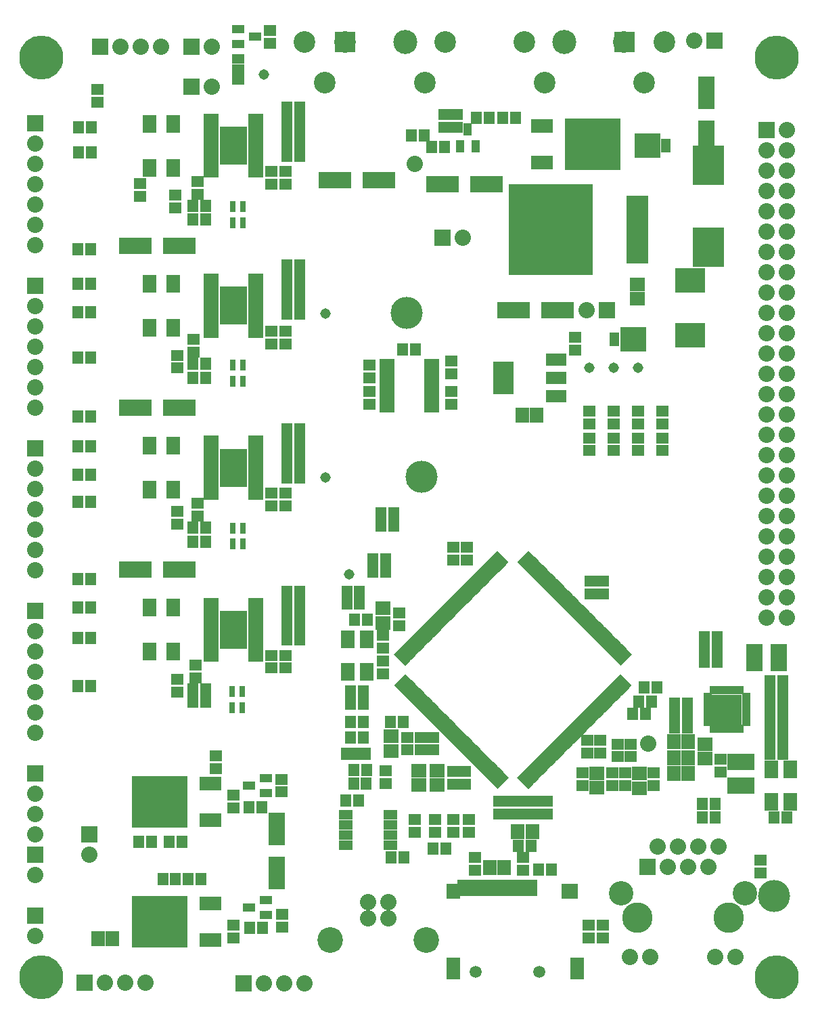
<source format=gts>
G04 (created by PCBNEW (2013-jul-07)-stable) date Thu 27 Aug 2015 22:32:03 BST*
%MOIN*%
G04 Gerber Fmt 3.4, Leading zero omitted, Abs format*
%FSLAX34Y34*%
G01*
G70*
G90*
G04 APERTURE LIST*
%ADD10C,0.00590551*%
%ADD11C,0.0594*%
%ADD12R,0.0672X0.1066*%
%ADD13R,0.0672X0.0751*%
%ADD14R,0.083X0.0751*%
%ADD15R,0.0476X0.083*%
%ADD16C,0.2169*%
%ADD17R,0.0779X0.0365*%
%ADD18R,0.1381X0.1901*%
%ADD19R,0.0594X0.0436*%
%ADD20R,0.0436X0.0594*%
%ADD21R,0.1X0.164*%
%ADD22R,0.1X0.06*%
%ADD23R,0.1617X0.083*%
%ADD24R,0.0574X0.0594*%
%ADD25R,0.0594X0.0574*%
%ADD26R,0.0653X0.0909*%
%ADD27R,0.0653X0.0771*%
%ADD28R,0.0771X0.0653*%
%ADD29R,0.1106X0.0712*%
%ADD30R,0.2759X0.2523*%
%ADD31R,0.08X0.08*%
%ADD32C,0.08*%
%ADD33R,0.1342X0.0791*%
%ADD34R,0.0791X0.1342*%
%ADD35R,0.0987X0.0633*%
%ADD36R,0.0515X0.0633*%
%ADD37R,0.07X0.045*%
%ADD38R,0.0298X0.0436*%
%ADD39R,0.0436X0.0298*%
%ADD40R,0.1499X0.1499*%
%ADD41R,0.1251X0.12*%
%ADD42R,0.05X0.07*%
%ADD43C,0.1499*%
%ADD44C,0.12*%
%ADD45R,0.0672X0.0909*%
%ADD46C,0.0515*%
%ADD47C,0.1576*%
%ADD48R,0.029X0.054*%
%ADD49R,0.083X0.1617*%
%ADD50R,0.0987X0.0987*%
%ADD51C,0.1184*%
%ADD52R,0.0633X0.0987*%
%ADD53R,0.0633X0.0515*%
%ADD54C,0.1263*%
%ADD55C,0.1066*%
%ADD56R,0.11X0.065*%
%ADD57R,0.4137X0.4452*%
%ADD58R,0.1539X0.1932*%
%ADD59R,0.149921X0.118425*%
G04 APERTURE END LIST*
G54D10*
G54D11*
X24140Y1870D03*
X27282Y1870D03*
G54D12*
X23030Y2027D03*
X29132Y2027D03*
G54D13*
X23030Y5807D03*
G54D14*
X28778Y5807D03*
G54D15*
X26947Y6004D03*
X26514Y6004D03*
X26081Y6004D03*
X25648Y6004D03*
X25215Y6004D03*
X24782Y6004D03*
X24349Y6004D03*
X23916Y6004D03*
X23483Y6004D03*
G54D16*
X2754Y1575D03*
G54D17*
X13303Y34515D03*
X13303Y34771D03*
X13303Y35027D03*
X13303Y35283D03*
X11101Y33751D03*
X13303Y33747D03*
X13303Y34003D03*
X13303Y34259D03*
X11099Y35539D03*
X11099Y35283D03*
X11099Y35027D03*
X11099Y34771D03*
X11099Y34515D03*
X11099Y34259D03*
X13303Y35539D03*
X11101Y34003D03*
X13303Y33491D03*
X13303Y35795D03*
X11099Y35795D03*
X11099Y33491D03*
X13303Y33236D03*
X13303Y36050D03*
X11099Y36050D03*
X11099Y33236D03*
G54D18*
X12201Y34643D03*
G54D17*
X13302Y26542D03*
X13302Y26798D03*
X13302Y27054D03*
X13302Y27310D03*
X11100Y25778D03*
X13302Y25774D03*
X13302Y26030D03*
X13302Y26286D03*
X11098Y27566D03*
X11098Y27310D03*
X11098Y27054D03*
X11098Y26798D03*
X11098Y26542D03*
X11098Y26286D03*
X13302Y27566D03*
X11100Y26030D03*
X13302Y25518D03*
X13302Y27822D03*
X11098Y27822D03*
X11098Y25518D03*
X13302Y25263D03*
X13302Y28077D03*
X11098Y28077D03*
X11098Y25263D03*
G54D18*
X12200Y26670D03*
G54D17*
X13302Y18571D03*
X13302Y18827D03*
X13302Y19083D03*
X13302Y19339D03*
X11100Y17807D03*
X13302Y17803D03*
X13302Y18059D03*
X13302Y18315D03*
X11098Y19595D03*
X11098Y19339D03*
X11098Y19083D03*
X11098Y18827D03*
X11098Y18571D03*
X11098Y18315D03*
X13302Y19595D03*
X11100Y18059D03*
X13302Y17547D03*
X13302Y19851D03*
X11098Y19851D03*
X11098Y17547D03*
X13302Y17292D03*
X13302Y20106D03*
X11098Y20106D03*
X11098Y17292D03*
G54D18*
X12200Y18699D03*
G54D17*
X13304Y42391D03*
X13304Y42647D03*
X13304Y42903D03*
X13304Y43159D03*
X11102Y41627D03*
X13304Y41623D03*
X13304Y41879D03*
X13304Y42135D03*
X11100Y43415D03*
X11100Y43159D03*
X11100Y42903D03*
X11100Y42647D03*
X11100Y42391D03*
X11100Y42135D03*
X13304Y43415D03*
X11102Y41879D03*
X13304Y41367D03*
X13304Y43671D03*
X11100Y43671D03*
X11100Y41367D03*
X13304Y41112D03*
X13304Y43926D03*
X11100Y43926D03*
X11100Y41112D03*
G54D18*
X12202Y42519D03*
G54D17*
X19762Y30837D03*
X19762Y30581D03*
X19762Y30325D03*
X19762Y30069D03*
X21964Y31601D03*
X19762Y31605D03*
X19762Y31349D03*
X19762Y31093D03*
X21966Y29813D03*
X21966Y30069D03*
X21966Y30325D03*
X21966Y30581D03*
X21966Y30837D03*
X21966Y31093D03*
X19762Y29813D03*
X21964Y31349D03*
X19762Y31861D03*
X19762Y29557D03*
X21966Y29557D03*
X21966Y31861D03*
G54D19*
X13800Y4645D03*
X12968Y5020D03*
X13800Y5395D03*
X13800Y10649D03*
X12968Y11024D03*
X13800Y11399D03*
G54D20*
X23383Y42478D03*
X23758Y43310D03*
X24133Y42478D03*
G54D21*
X25509Y31106D03*
G54D22*
X28109Y31106D03*
X28109Y32006D03*
X28109Y30206D03*
G54D23*
X17217Y40838D03*
X19383Y40838D03*
X9546Y21654D03*
X7380Y21654D03*
X9546Y37598D03*
X7380Y37598D03*
X9546Y29626D03*
X7380Y29626D03*
X28183Y34438D03*
X26017Y34438D03*
G54D24*
X35411Y18307D03*
X36041Y18307D03*
X39288Y16142D03*
X38658Y16142D03*
X39288Y15551D03*
X38658Y15551D03*
X35411Y17717D03*
X36041Y17717D03*
X35411Y17126D03*
X36041Y17126D03*
X39288Y14370D03*
X38658Y14370D03*
X39288Y14961D03*
X38658Y14961D03*
X33934Y14469D03*
X34564Y14469D03*
X33934Y15059D03*
X34564Y15059D03*
X38658Y13189D03*
X39288Y13189D03*
G54D25*
X22600Y43423D03*
X22600Y44053D03*
X23200Y43423D03*
X23200Y44053D03*
X12202Y9921D03*
X12202Y10551D03*
X18896Y29803D03*
X18896Y30433D03*
G54D24*
X22665Y7938D03*
X22035Y7938D03*
X20096Y23819D03*
X19466Y23819D03*
G54D25*
X19700Y11123D03*
X19700Y11753D03*
G54D24*
X17990Y14173D03*
X18620Y14173D03*
X17990Y13386D03*
X18620Y13386D03*
X39289Y13780D03*
X38659Y13780D03*
X33934Y13878D03*
X34564Y13878D03*
G54D25*
X29722Y4154D03*
X29722Y3524D03*
X30411Y3524D03*
X30411Y4154D03*
G54D24*
X13601Y9942D03*
X12971Y9942D03*
X13640Y4016D03*
X13010Y4016D03*
G54D25*
X12222Y4154D03*
X12222Y3524D03*
X18896Y31713D03*
X18896Y31083D03*
G54D24*
X19703Y21555D03*
X19073Y21555D03*
G54D25*
X31159Y12441D03*
X31159Y13071D03*
G54D24*
X18423Y19980D03*
X17793Y19980D03*
X38856Y9449D03*
X39486Y9449D03*
X39289Y12598D03*
X38659Y12598D03*
X35313Y10138D03*
X35943Y10138D03*
X35313Y9449D03*
X35943Y9449D03*
X19703Y22146D03*
X19073Y22146D03*
X20096Y24409D03*
X19466Y24409D03*
G54D25*
X31789Y12441D03*
X31789Y13071D03*
G54D24*
X18423Y20571D03*
X17793Y20571D03*
G54D25*
X9447Y31575D03*
X9447Y32205D03*
G54D24*
X15470Y35433D03*
X14840Y35433D03*
X14841Y34839D03*
X15471Y34839D03*
X18620Y15650D03*
X17990Y15650D03*
X14840Y34252D03*
X15470Y34252D03*
G54D25*
X14762Y33382D03*
X14762Y32752D03*
G54D24*
X14840Y36024D03*
X15470Y36024D03*
G54D25*
X14073Y32752D03*
X14073Y33382D03*
X9447Y15630D03*
X9447Y16260D03*
G54D24*
X15470Y19390D03*
X14840Y19390D03*
X14839Y18796D03*
X15469Y18796D03*
G54D25*
X21159Y9370D03*
X21159Y8740D03*
G54D24*
X14840Y18209D03*
X15470Y18209D03*
G54D25*
X14760Y17438D03*
X14760Y16808D03*
G54D24*
X14840Y19980D03*
X15470Y19980D03*
G54D25*
X14071Y16808D03*
X14071Y17438D03*
X9348Y39449D03*
X9348Y40079D03*
G54D24*
X15470Y43209D03*
X14840Y43209D03*
X14842Y42617D03*
X15472Y42617D03*
X14840Y42028D03*
X15470Y42028D03*
G54D25*
X14763Y41258D03*
X14763Y40628D03*
G54D24*
X14840Y43799D03*
X15470Y43799D03*
G54D25*
X14074Y40628D03*
X14074Y41258D03*
X9447Y23898D03*
X9447Y24528D03*
G54D24*
X15470Y27362D03*
X14840Y27362D03*
X14840Y26768D03*
X15470Y26768D03*
X14840Y26181D03*
X15470Y26181D03*
G54D25*
X14761Y25410D03*
X14761Y24780D03*
G54D24*
X14840Y27953D03*
X15470Y27953D03*
G54D25*
X14072Y24780D03*
X14072Y25410D03*
X22144Y9370D03*
X22144Y8740D03*
G54D26*
X9250Y41437D03*
X8068Y41437D03*
G54D27*
X33895Y12402D03*
X34603Y12402D03*
X33895Y13189D03*
X34603Y13189D03*
G54D24*
X18135Y11138D03*
X18750Y11138D03*
G54D28*
X35431Y13052D03*
X35431Y12344D03*
G54D27*
X26435Y29248D03*
X27143Y29248D03*
G54D26*
X9250Y25591D03*
X8068Y25591D03*
X9250Y27756D03*
X8068Y27756D03*
X9250Y43602D03*
X8068Y43602D03*
X9250Y33563D03*
X8068Y33563D03*
X9250Y17618D03*
X8068Y17618D03*
X9250Y35728D03*
X8068Y35728D03*
X9250Y19783D03*
X8068Y19783D03*
G54D25*
X22932Y31279D03*
X22932Y31909D03*
G54D29*
X11063Y3431D03*
G54D30*
X8563Y4331D03*
G54D29*
X11063Y5231D03*
X11061Y9336D03*
G54D30*
X8561Y10236D03*
G54D29*
X11061Y11136D03*
X27400Y43488D03*
G54D30*
X29900Y42588D03*
G54D29*
X27400Y41688D03*
G54D24*
X8187Y8268D03*
X7557Y8268D03*
X9985Y6438D03*
X10615Y6438D03*
X24821Y43898D03*
X24191Y43898D03*
X8735Y6438D03*
X9350Y6438D03*
X9663Y8268D03*
X9048Y8268D03*
X26100Y43898D03*
X25485Y43898D03*
G54D31*
X2429Y43625D03*
G54D32*
X2429Y42625D03*
X2429Y41625D03*
X2429Y40625D03*
X2429Y39625D03*
X2429Y38625D03*
X2429Y37625D03*
G54D31*
X2429Y35625D03*
G54D32*
X2429Y34625D03*
X2429Y33625D03*
X2429Y32625D03*
X2429Y31625D03*
X2429Y30625D03*
X2429Y29625D03*
G54D31*
X2429Y27625D03*
G54D32*
X2429Y26625D03*
X2429Y25625D03*
X2429Y24625D03*
X2429Y23625D03*
X2429Y22625D03*
X2429Y21625D03*
G54D31*
X2429Y19625D03*
G54D32*
X2429Y18625D03*
X2429Y17625D03*
X2429Y16625D03*
X2429Y15625D03*
X2429Y14625D03*
X2429Y13625D03*
G54D31*
X35900Y47688D03*
G54D32*
X34900Y47688D03*
G54D25*
X22932Y30432D03*
X22932Y29802D03*
X36218Y12323D03*
X36218Y11693D03*
G54D33*
X37203Y12205D03*
X37203Y11023D03*
G54D34*
X37891Y17323D03*
X39073Y17323D03*
G54D27*
X34604Y11614D03*
X33896Y11614D03*
G54D24*
X10844Y31791D03*
X10214Y31791D03*
X10844Y39567D03*
X10214Y39567D03*
X10844Y15748D03*
X10214Y15748D03*
X10844Y23720D03*
X10214Y23720D03*
X10214Y31102D03*
X10829Y31102D03*
X10214Y38878D03*
X10829Y38878D03*
X10214Y15157D03*
X10829Y15157D03*
X10214Y23031D03*
X10829Y23031D03*
X14840Y28543D03*
X15470Y28543D03*
X14840Y44390D03*
X15470Y44390D03*
X14840Y36614D03*
X15470Y36614D03*
X14840Y20571D03*
X15470Y20571D03*
G54D27*
X25549Y6988D03*
X24841Y6988D03*
G54D35*
X18000Y12588D03*
G54D36*
X18748Y12588D03*
G54D25*
X32911Y11024D03*
X32911Y11654D03*
X30864Y11024D03*
X30864Y11654D03*
G54D24*
X18187Y19193D03*
X18817Y19193D03*
G54D25*
X27655Y10256D03*
X27655Y9626D03*
G54D24*
X26258Y8071D03*
X26888Y8071D03*
G54D25*
X20766Y13406D03*
X20766Y12776D03*
G54D10*
G36*
X25553Y21812D02*
X24994Y22372D01*
X25213Y22591D01*
X25773Y22032D01*
X25553Y21812D01*
X25553Y21812D01*
G37*
G36*
X25414Y21673D02*
X24855Y22232D01*
X25074Y22452D01*
X25633Y21892D01*
X25414Y21673D01*
X25414Y21673D01*
G37*
G36*
X25275Y21534D02*
X24715Y22093D01*
X24935Y22312D01*
X25494Y21753D01*
X25275Y21534D01*
X25275Y21534D01*
G37*
G36*
X25135Y21395D02*
X24576Y21954D01*
X24795Y22173D01*
X25355Y21614D01*
X25135Y21395D01*
X25135Y21395D01*
G37*
G36*
X24996Y21255D02*
X24437Y21815D01*
X24656Y22034D01*
X25215Y21474D01*
X24996Y21255D01*
X24996Y21255D01*
G37*
G36*
X24858Y21117D02*
X24298Y21676D01*
X24517Y21895D01*
X25077Y21336D01*
X24858Y21117D01*
X24858Y21117D01*
G37*
G36*
X24718Y20977D02*
X24159Y21537D01*
X24378Y21756D01*
X24937Y21197D01*
X24718Y20977D01*
X24718Y20977D01*
G37*
G36*
X24579Y20838D02*
X24020Y21397D01*
X24239Y21617D01*
X24798Y21057D01*
X24579Y20838D01*
X24579Y20838D01*
G37*
G36*
X24440Y20699D02*
X23880Y21258D01*
X24100Y21477D01*
X24659Y20918D01*
X24440Y20699D01*
X24440Y20699D01*
G37*
G36*
X24300Y20559D02*
X23741Y21119D01*
X23960Y21338D01*
X24520Y20779D01*
X24300Y20559D01*
X24300Y20559D01*
G37*
G36*
X24161Y20420D02*
X23602Y20979D01*
X23821Y21199D01*
X24380Y20639D01*
X24161Y20420D01*
X24161Y20420D01*
G37*
G36*
X24022Y20282D02*
X23463Y20841D01*
X23682Y21060D01*
X24242Y20501D01*
X24022Y20282D01*
X24022Y20282D01*
G37*
G36*
X23883Y20142D02*
X23324Y20702D01*
X23543Y20921D01*
X24102Y20361D01*
X23883Y20142D01*
X23883Y20142D01*
G37*
G36*
X23744Y20003D02*
X23185Y20562D01*
X23404Y20781D01*
X23963Y20222D01*
X23744Y20003D01*
X23744Y20003D01*
G37*
G36*
X23605Y19864D02*
X23045Y20423D01*
X23264Y20642D01*
X23824Y20083D01*
X23605Y19864D01*
X23605Y19864D01*
G37*
G36*
X23465Y19724D02*
X22906Y20284D01*
X23125Y20503D01*
X23684Y19944D01*
X23465Y19724D01*
X23465Y19724D01*
G37*
G36*
X23326Y19585D02*
X22767Y20144D01*
X22986Y20364D01*
X23545Y19804D01*
X23326Y19585D01*
X23326Y19585D01*
G37*
G36*
X23187Y19446D02*
X22627Y20005D01*
X22847Y20224D01*
X23406Y19665D01*
X23187Y19446D01*
X23187Y19446D01*
G37*
G36*
X23048Y19307D02*
X22489Y19866D01*
X22708Y20086D01*
X23267Y19526D01*
X23048Y19307D01*
X23048Y19307D01*
G37*
G36*
X22909Y19168D02*
X22349Y19727D01*
X22569Y19946D01*
X23128Y19387D01*
X22909Y19168D01*
X22909Y19168D01*
G37*
G36*
X22769Y19029D02*
X22210Y19588D01*
X22429Y19807D01*
X22989Y19248D01*
X22769Y19029D01*
X22769Y19029D01*
G37*
G36*
X22630Y18889D02*
X22071Y19449D01*
X22290Y19668D01*
X22849Y19108D01*
X22630Y18889D01*
X22630Y18889D01*
G37*
G36*
X22491Y18750D02*
X21932Y19309D01*
X22151Y19528D01*
X22710Y18969D01*
X22491Y18750D01*
X22491Y18750D01*
G37*
G36*
X22352Y18611D02*
X21792Y19170D01*
X22011Y19389D01*
X22571Y18830D01*
X22352Y18611D01*
X22352Y18611D01*
G37*
G36*
X22212Y18471D02*
X21653Y19031D01*
X21872Y19250D01*
X22431Y18691D01*
X22212Y18471D01*
X22212Y18471D01*
G37*
G36*
X22074Y18333D02*
X21514Y18892D01*
X21734Y19111D01*
X22293Y18552D01*
X22074Y18333D01*
X22074Y18333D01*
G37*
G36*
X21934Y18193D02*
X21375Y18753D01*
X21594Y18972D01*
X22154Y18413D01*
X21934Y18193D01*
X21934Y18193D01*
G37*
G36*
X21795Y18054D02*
X21236Y18613D01*
X21455Y18833D01*
X22014Y18273D01*
X21795Y18054D01*
X21795Y18054D01*
G37*
G36*
X21656Y17915D02*
X21096Y18474D01*
X21316Y18693D01*
X21875Y18134D01*
X21656Y17915D01*
X21656Y17915D01*
G37*
G36*
X21516Y17776D02*
X20957Y18335D01*
X21176Y18554D01*
X21736Y17995D01*
X21516Y17776D01*
X21516Y17776D01*
G37*
G36*
X21377Y17636D02*
X20818Y18196D01*
X21037Y18415D01*
X21596Y17855D01*
X21377Y17636D01*
X21377Y17636D01*
G37*
G36*
X21239Y17498D02*
X20679Y18057D01*
X20898Y18276D01*
X21458Y17717D01*
X21239Y17498D01*
X21239Y17498D01*
G37*
G36*
X21099Y17358D02*
X20540Y17918D01*
X20759Y18137D01*
X21318Y17578D01*
X21099Y17358D01*
X21099Y17358D01*
G37*
G36*
X20960Y17219D02*
X20401Y17778D01*
X20620Y17998D01*
X21179Y17438D01*
X20960Y17219D01*
X20960Y17219D01*
G37*
G36*
X20821Y17080D02*
X20261Y17639D01*
X20481Y17858D01*
X21040Y17299D01*
X20821Y17080D01*
X20821Y17080D01*
G37*
G36*
X20681Y16940D02*
X20122Y17500D01*
X20341Y17719D01*
X20901Y17160D01*
X20681Y16940D01*
X20681Y16940D01*
G37*
G36*
X26750Y10872D02*
X26190Y11431D01*
X26410Y11651D01*
X26969Y11091D01*
X26750Y10872D01*
X26750Y10872D01*
G37*
G36*
X26889Y11011D02*
X26330Y11571D01*
X26549Y11790D01*
X27108Y11231D01*
X26889Y11011D01*
X26889Y11011D01*
G37*
G36*
X27028Y11151D02*
X26469Y11710D01*
X26688Y11929D01*
X27248Y11370D01*
X27028Y11151D01*
X27028Y11151D01*
G37*
G36*
X27168Y11290D02*
X26608Y11849D01*
X26828Y12068D01*
X27387Y11509D01*
X27168Y11290D01*
X27168Y11290D01*
G37*
G36*
X27307Y11429D02*
X26748Y11989D01*
X26967Y12208D01*
X27526Y11648D01*
X27307Y11429D01*
X27307Y11429D01*
G37*
G36*
X27446Y11568D02*
X26886Y12127D01*
X27105Y12346D01*
X27665Y11787D01*
X27446Y11568D01*
X27446Y11568D01*
G37*
G36*
X27585Y11707D02*
X27026Y12266D01*
X27245Y12486D01*
X27804Y11926D01*
X27585Y11707D01*
X27585Y11707D01*
G37*
G36*
X27724Y11846D02*
X27165Y12406D01*
X27384Y12625D01*
X27943Y12066D01*
X27724Y11846D01*
X27724Y11846D01*
G37*
G36*
X27863Y11986D02*
X27304Y12545D01*
X27523Y12764D01*
X28083Y12205D01*
X27863Y11986D01*
X27863Y11986D01*
G37*
G36*
X28003Y12125D02*
X27443Y12684D01*
X27663Y12904D01*
X28222Y12344D01*
X28003Y12125D01*
X28003Y12125D01*
G37*
G36*
X28142Y12264D02*
X27583Y12824D01*
X27802Y13043D01*
X28361Y12484D01*
X28142Y12264D01*
X28142Y12264D01*
G37*
G36*
X28281Y12403D02*
X27721Y12962D01*
X27941Y13181D01*
X28500Y12622D01*
X28281Y12403D01*
X28281Y12403D01*
G37*
G36*
X28420Y12542D02*
X27861Y13102D01*
X28080Y13321D01*
X28639Y12761D01*
X28420Y12542D01*
X28420Y12542D01*
G37*
G36*
X28559Y12682D02*
X28000Y13241D01*
X28219Y13460D01*
X28778Y12901D01*
X28559Y12682D01*
X28559Y12682D01*
G37*
G36*
X28699Y12821D02*
X28139Y13380D01*
X28358Y13599D01*
X28918Y13040D01*
X28699Y12821D01*
X28699Y12821D01*
G37*
G36*
X28838Y12960D02*
X28279Y13519D01*
X28498Y13739D01*
X29057Y13179D01*
X28838Y12960D01*
X28838Y12960D01*
G37*
G36*
X28977Y13099D02*
X28418Y13659D01*
X28637Y13878D01*
X29196Y13319D01*
X28977Y13099D01*
X28977Y13099D01*
G37*
G36*
X29116Y13239D02*
X28557Y13798D01*
X28776Y14017D01*
X29336Y13458D01*
X29116Y13239D01*
X29116Y13239D01*
G37*
G36*
X29255Y13377D02*
X28696Y13937D01*
X28915Y14156D01*
X29474Y13597D01*
X29255Y13377D01*
X29255Y13377D01*
G37*
G36*
X29394Y13517D02*
X28835Y14076D01*
X29054Y14295D01*
X29614Y13736D01*
X29394Y13517D01*
X29394Y13517D01*
G37*
G36*
X29534Y13656D02*
X28974Y14215D01*
X29194Y14434D01*
X29753Y13875D01*
X29534Y13656D01*
X29534Y13656D01*
G37*
G36*
X29673Y13795D02*
X29114Y14355D01*
X29333Y14574D01*
X29892Y14014D01*
X29673Y13795D01*
X29673Y13795D01*
G37*
G36*
X29812Y13935D02*
X29253Y14494D01*
X29472Y14713D01*
X30031Y14154D01*
X29812Y13935D01*
X29812Y13935D01*
G37*
G36*
X29952Y14074D02*
X29392Y14633D01*
X29611Y14852D01*
X30171Y14293D01*
X29952Y14074D01*
X29952Y14074D01*
G37*
G36*
X30091Y14213D02*
X29532Y14772D01*
X29751Y14992D01*
X30310Y14432D01*
X30091Y14213D01*
X30091Y14213D01*
G37*
G36*
X30229Y14352D02*
X29670Y14911D01*
X29889Y15130D01*
X30449Y14571D01*
X30229Y14352D01*
X30229Y14352D01*
G37*
G36*
X30369Y14491D02*
X29809Y15050D01*
X30029Y15270D01*
X30588Y14710D01*
X30369Y14491D01*
X30369Y14491D01*
G37*
G36*
X30508Y14630D02*
X29949Y15190D01*
X30168Y15409D01*
X30727Y14850D01*
X30508Y14630D01*
X30508Y14630D01*
G37*
G36*
X30647Y14770D02*
X30088Y15329D01*
X30307Y15548D01*
X30867Y14989D01*
X30647Y14770D01*
X30647Y14770D01*
G37*
G36*
X30787Y14909D02*
X30227Y15468D01*
X30447Y15687D01*
X31006Y15128D01*
X30787Y14909D01*
X30787Y14909D01*
G37*
G36*
X30926Y15048D02*
X30367Y15608D01*
X30586Y15827D01*
X31145Y15267D01*
X30926Y15048D01*
X30926Y15048D01*
G37*
G36*
X31065Y15187D02*
X30505Y15746D01*
X30724Y15965D01*
X31284Y15406D01*
X31065Y15187D01*
X31065Y15187D01*
G37*
G36*
X31204Y15326D02*
X30645Y15885D01*
X30864Y16105D01*
X31423Y15545D01*
X31204Y15326D01*
X31204Y15326D01*
G37*
G36*
X31343Y15465D02*
X30784Y16025D01*
X31003Y16244D01*
X31562Y15685D01*
X31343Y15465D01*
X31343Y15465D01*
G37*
G36*
X31482Y15605D02*
X30923Y16164D01*
X31142Y16383D01*
X31702Y15824D01*
X31482Y15605D01*
X31482Y15605D01*
G37*
G36*
X31622Y15744D02*
X31062Y16303D01*
X31282Y16523D01*
X31841Y15963D01*
X31622Y15744D01*
X31622Y15744D01*
G37*
G36*
X20341Y15744D02*
X20122Y15963D01*
X20681Y16523D01*
X20901Y16303D01*
X20341Y15744D01*
X20341Y15744D01*
G37*
G36*
X20481Y15605D02*
X20261Y15824D01*
X20821Y16383D01*
X21040Y16164D01*
X20481Y15605D01*
X20481Y15605D01*
G37*
G36*
X20620Y15465D02*
X20401Y15685D01*
X20960Y16244D01*
X21179Y16025D01*
X20620Y15465D01*
X20620Y15465D01*
G37*
G36*
X20759Y15326D02*
X20540Y15545D01*
X21099Y16105D01*
X21318Y15885D01*
X20759Y15326D01*
X20759Y15326D01*
G37*
G36*
X20898Y15187D02*
X20679Y15406D01*
X21239Y15965D01*
X21458Y15746D01*
X20898Y15187D01*
X20898Y15187D01*
G37*
G36*
X21037Y15048D02*
X20818Y15267D01*
X21377Y15827D01*
X21596Y15608D01*
X21037Y15048D01*
X21037Y15048D01*
G37*
G36*
X21176Y14909D02*
X20957Y15128D01*
X21516Y15687D01*
X21736Y15468D01*
X21176Y14909D01*
X21176Y14909D01*
G37*
G36*
X21316Y14770D02*
X21096Y14989D01*
X21656Y15548D01*
X21875Y15329D01*
X21316Y14770D01*
X21316Y14770D01*
G37*
G36*
X21455Y14630D02*
X21236Y14850D01*
X21795Y15409D01*
X22014Y15190D01*
X21455Y14630D01*
X21455Y14630D01*
G37*
G36*
X21594Y14491D02*
X21375Y14710D01*
X21934Y15270D01*
X22154Y15050D01*
X21594Y14491D01*
X21594Y14491D01*
G37*
G36*
X21734Y14352D02*
X21514Y14571D01*
X22074Y15130D01*
X22293Y14911D01*
X21734Y14352D01*
X21734Y14352D01*
G37*
G36*
X21872Y14213D02*
X21653Y14432D01*
X22212Y14992D01*
X22431Y14772D01*
X21872Y14213D01*
X21872Y14213D01*
G37*
G36*
X22011Y14074D02*
X21792Y14293D01*
X22352Y14852D01*
X22571Y14633D01*
X22011Y14074D01*
X22011Y14074D01*
G37*
G36*
X22151Y13935D02*
X21932Y14154D01*
X22491Y14713D01*
X22710Y14494D01*
X22151Y13935D01*
X22151Y13935D01*
G37*
G36*
X22290Y13795D02*
X22071Y14014D01*
X22630Y14574D01*
X22849Y14355D01*
X22290Y13795D01*
X22290Y13795D01*
G37*
G36*
X22429Y13656D02*
X22210Y13875D01*
X22769Y14434D01*
X22989Y14215D01*
X22429Y13656D01*
X22429Y13656D01*
G37*
G36*
X22569Y13517D02*
X22349Y13736D01*
X22909Y14295D01*
X23128Y14076D01*
X22569Y13517D01*
X22569Y13517D01*
G37*
G36*
X22708Y13377D02*
X22489Y13597D01*
X23048Y14156D01*
X23267Y13937D01*
X22708Y13377D01*
X22708Y13377D01*
G37*
G36*
X22847Y13239D02*
X22627Y13458D01*
X23187Y14017D01*
X23406Y13798D01*
X22847Y13239D01*
X22847Y13239D01*
G37*
G36*
X22986Y13099D02*
X22767Y13319D01*
X23326Y13878D01*
X23545Y13659D01*
X22986Y13099D01*
X22986Y13099D01*
G37*
G36*
X23125Y12960D02*
X22906Y13179D01*
X23465Y13739D01*
X23684Y13519D01*
X23125Y12960D01*
X23125Y12960D01*
G37*
G36*
X23264Y12821D02*
X23045Y13040D01*
X23605Y13599D01*
X23824Y13380D01*
X23264Y12821D01*
X23264Y12821D01*
G37*
G36*
X23404Y12682D02*
X23185Y12901D01*
X23744Y13460D01*
X23963Y13241D01*
X23404Y12682D01*
X23404Y12682D01*
G37*
G36*
X23543Y12542D02*
X23324Y12761D01*
X23883Y13321D01*
X24102Y13102D01*
X23543Y12542D01*
X23543Y12542D01*
G37*
G36*
X23682Y12403D02*
X23463Y12622D01*
X24022Y13181D01*
X24242Y12962D01*
X23682Y12403D01*
X23682Y12403D01*
G37*
G36*
X23821Y12264D02*
X23602Y12484D01*
X24161Y13043D01*
X24380Y12824D01*
X23821Y12264D01*
X23821Y12264D01*
G37*
G36*
X23960Y12125D02*
X23741Y12344D01*
X24300Y12904D01*
X24520Y12684D01*
X23960Y12125D01*
X23960Y12125D01*
G37*
G36*
X24100Y11986D02*
X23880Y12205D01*
X24440Y12764D01*
X24659Y12545D01*
X24100Y11986D01*
X24100Y11986D01*
G37*
G36*
X24239Y11846D02*
X24020Y12066D01*
X24579Y12625D01*
X24798Y12406D01*
X24239Y11846D01*
X24239Y11846D01*
G37*
G36*
X24378Y11707D02*
X24159Y11926D01*
X24718Y12486D01*
X24937Y12266D01*
X24378Y11707D01*
X24378Y11707D01*
G37*
G36*
X24517Y11568D02*
X24298Y11787D01*
X24858Y12346D01*
X25077Y12127D01*
X24517Y11568D01*
X24517Y11568D01*
G37*
G36*
X24656Y11429D02*
X24437Y11648D01*
X24996Y12208D01*
X25215Y11989D01*
X24656Y11429D01*
X24656Y11429D01*
G37*
G36*
X24795Y11290D02*
X24576Y11509D01*
X25135Y12068D01*
X25355Y11849D01*
X24795Y11290D01*
X24795Y11290D01*
G37*
G36*
X24935Y11151D02*
X24715Y11370D01*
X25275Y11929D01*
X25494Y11710D01*
X24935Y11151D01*
X24935Y11151D01*
G37*
G36*
X25074Y11011D02*
X24855Y11231D01*
X25414Y11790D01*
X25633Y11571D01*
X25074Y11011D01*
X25074Y11011D01*
G37*
G36*
X25213Y10872D02*
X24994Y11091D01*
X25553Y11651D01*
X25773Y11431D01*
X25213Y10872D01*
X25213Y10872D01*
G37*
G36*
X31282Y16940D02*
X31062Y17160D01*
X31622Y17719D01*
X31841Y17500D01*
X31282Y16940D01*
X31282Y16940D01*
G37*
G36*
X31142Y17080D02*
X30923Y17299D01*
X31482Y17858D01*
X31702Y17639D01*
X31142Y17080D01*
X31142Y17080D01*
G37*
G36*
X31003Y17219D02*
X30784Y17438D01*
X31343Y17998D01*
X31562Y17778D01*
X31003Y17219D01*
X31003Y17219D01*
G37*
G36*
X30864Y17358D02*
X30645Y17578D01*
X31204Y18137D01*
X31423Y17918D01*
X30864Y17358D01*
X30864Y17358D01*
G37*
G36*
X30724Y17498D02*
X30505Y17717D01*
X31065Y18276D01*
X31284Y18057D01*
X30724Y17498D01*
X30724Y17498D01*
G37*
G36*
X30586Y17636D02*
X30367Y17855D01*
X30926Y18415D01*
X31145Y18196D01*
X30586Y17636D01*
X30586Y17636D01*
G37*
G36*
X30447Y17776D02*
X30227Y17995D01*
X30787Y18554D01*
X31006Y18335D01*
X30447Y17776D01*
X30447Y17776D01*
G37*
G36*
X30307Y17915D02*
X30088Y18134D01*
X30647Y18693D01*
X30867Y18474D01*
X30307Y17915D01*
X30307Y17915D01*
G37*
G36*
X30168Y18054D02*
X29949Y18273D01*
X30508Y18833D01*
X30727Y18613D01*
X30168Y18054D01*
X30168Y18054D01*
G37*
G36*
X30029Y18193D02*
X29809Y18413D01*
X30369Y18972D01*
X30588Y18753D01*
X30029Y18193D01*
X30029Y18193D01*
G37*
G36*
X29889Y18333D02*
X29670Y18552D01*
X30229Y19111D01*
X30449Y18892D01*
X29889Y18333D01*
X29889Y18333D01*
G37*
G36*
X29751Y18471D02*
X29532Y18691D01*
X30091Y19250D01*
X30310Y19031D01*
X29751Y18471D01*
X29751Y18471D01*
G37*
G36*
X29611Y18611D02*
X29392Y18830D01*
X29952Y19389D01*
X30171Y19170D01*
X29611Y18611D01*
X29611Y18611D01*
G37*
G36*
X29472Y18750D02*
X29253Y18969D01*
X29812Y19528D01*
X30031Y19309D01*
X29472Y18750D01*
X29472Y18750D01*
G37*
G36*
X29333Y18889D02*
X29114Y19108D01*
X29673Y19668D01*
X29892Y19449D01*
X29333Y18889D01*
X29333Y18889D01*
G37*
G36*
X29194Y19029D02*
X28974Y19248D01*
X29534Y19807D01*
X29753Y19588D01*
X29194Y19029D01*
X29194Y19029D01*
G37*
G36*
X29054Y19168D02*
X28835Y19387D01*
X29394Y19946D01*
X29614Y19727D01*
X29054Y19168D01*
X29054Y19168D01*
G37*
G36*
X28915Y19307D02*
X28696Y19526D01*
X29255Y20086D01*
X29474Y19866D01*
X28915Y19307D01*
X28915Y19307D01*
G37*
G36*
X28776Y19446D02*
X28557Y19665D01*
X29116Y20224D01*
X29336Y20005D01*
X28776Y19446D01*
X28776Y19446D01*
G37*
G36*
X28637Y19585D02*
X28418Y19804D01*
X28977Y20364D01*
X29196Y20144D01*
X28637Y19585D01*
X28637Y19585D01*
G37*
G36*
X28498Y19724D02*
X28279Y19944D01*
X28838Y20503D01*
X29057Y20284D01*
X28498Y19724D01*
X28498Y19724D01*
G37*
G36*
X28358Y19864D02*
X28139Y20083D01*
X28699Y20642D01*
X28918Y20423D01*
X28358Y19864D01*
X28358Y19864D01*
G37*
G36*
X28219Y20003D02*
X28000Y20222D01*
X28559Y20781D01*
X28778Y20562D01*
X28219Y20003D01*
X28219Y20003D01*
G37*
G36*
X28080Y20142D02*
X27861Y20361D01*
X28420Y20921D01*
X28639Y20702D01*
X28080Y20142D01*
X28080Y20142D01*
G37*
G36*
X27941Y20282D02*
X27721Y20501D01*
X28281Y21060D01*
X28500Y20841D01*
X27941Y20282D01*
X27941Y20282D01*
G37*
G36*
X27802Y20420D02*
X27583Y20639D01*
X28142Y21199D01*
X28361Y20979D01*
X27802Y20420D01*
X27802Y20420D01*
G37*
G36*
X27663Y20559D02*
X27443Y20779D01*
X28003Y21338D01*
X28222Y21119D01*
X27663Y20559D01*
X27663Y20559D01*
G37*
G36*
X27523Y20699D02*
X27304Y20918D01*
X27863Y21477D01*
X28083Y21258D01*
X27523Y20699D01*
X27523Y20699D01*
G37*
G36*
X27384Y20838D02*
X27165Y21057D01*
X27724Y21617D01*
X27943Y21397D01*
X27384Y20838D01*
X27384Y20838D01*
G37*
G36*
X27245Y20977D02*
X27026Y21197D01*
X27585Y21756D01*
X27804Y21537D01*
X27245Y20977D01*
X27245Y20977D01*
G37*
G36*
X27105Y21117D02*
X26886Y21336D01*
X27446Y21895D01*
X27665Y21676D01*
X27105Y21117D01*
X27105Y21117D01*
G37*
G36*
X26967Y21255D02*
X26748Y21474D01*
X27307Y22034D01*
X27526Y21815D01*
X26967Y21255D01*
X26967Y21255D01*
G37*
G36*
X26828Y21395D02*
X26608Y21614D01*
X27168Y22173D01*
X27387Y21954D01*
X26828Y21395D01*
X26828Y21395D01*
G37*
G36*
X26688Y21534D02*
X26469Y21753D01*
X27028Y22312D01*
X27248Y22093D01*
X26688Y21534D01*
X26688Y21534D01*
G37*
G36*
X26549Y21673D02*
X26330Y21892D01*
X26889Y22452D01*
X27108Y22232D01*
X26549Y21673D01*
X26549Y21673D01*
G37*
G36*
X26410Y21812D02*
X26190Y22032D01*
X26750Y22591D01*
X26969Y22372D01*
X26410Y21812D01*
X26410Y21812D01*
G37*
G54D28*
X21356Y11771D03*
X21356Y11063D03*
X19585Y19036D03*
X19585Y19744D03*
G54D27*
X26219Y8760D03*
X26927Y8760D03*
G54D28*
X19978Y13445D03*
X19978Y12737D03*
X30116Y11634D03*
X30116Y10926D03*
X32222Y11614D03*
X32222Y10906D03*
G54D24*
X31868Y14567D03*
X32498Y14567D03*
X18765Y11788D03*
X18135Y11788D03*
G54D25*
X19585Y17795D03*
X19585Y18425D03*
X19585Y17146D03*
X19585Y16516D03*
X23620Y11732D03*
X23620Y11102D03*
G54D24*
X32163Y15157D03*
X32793Y15157D03*
G54D25*
X29821Y20453D03*
X29821Y21083D03*
X30411Y20453D03*
X30411Y21083D03*
X21455Y13406D03*
X21455Y12776D03*
X23029Y11732D03*
X23029Y11102D03*
X22045Y13406D03*
X22045Y12776D03*
X20372Y18878D03*
X20372Y19508D03*
X23029Y22126D03*
X23029Y22756D03*
G54D24*
X18620Y15059D03*
X17990Y15059D03*
G54D25*
X27065Y10256D03*
X27065Y9626D03*
X23029Y9370D03*
X23029Y8740D03*
X25884Y10256D03*
X25884Y9626D03*
X23718Y22126D03*
X23718Y22756D03*
G54D24*
X20588Y14173D03*
X19958Y14173D03*
G54D25*
X26474Y9626D03*
X26474Y10256D03*
G54D28*
X22242Y11771D03*
X22242Y11063D03*
G54D24*
X20550Y32480D03*
X21180Y32480D03*
G54D31*
X38474Y43299D03*
G54D32*
X39474Y43299D03*
X38474Y38299D03*
X39474Y42299D03*
X38474Y37299D03*
X39474Y41299D03*
X38474Y36299D03*
X39474Y40299D03*
X38474Y35299D03*
X39474Y39299D03*
X38474Y34299D03*
X39474Y38299D03*
X38474Y33299D03*
X39474Y37299D03*
X38474Y32299D03*
X39474Y36299D03*
X38474Y31299D03*
X39474Y35299D03*
X38474Y30299D03*
X39474Y34299D03*
X38474Y29299D03*
X39474Y33299D03*
X38474Y28299D03*
X39474Y32299D03*
X39474Y31299D03*
X38474Y27299D03*
X39474Y30299D03*
X39474Y28299D03*
X39474Y27299D03*
X39474Y26299D03*
X39474Y25299D03*
X38474Y26299D03*
X38474Y25299D03*
X38474Y42299D03*
X38474Y41299D03*
X38474Y40299D03*
X38474Y39299D03*
X38474Y24299D03*
X39474Y24299D03*
X39474Y29299D03*
X38474Y23299D03*
X39474Y23299D03*
X38474Y22299D03*
X39474Y22299D03*
X38474Y21299D03*
X39474Y21299D03*
X38474Y20299D03*
X39474Y20299D03*
X38474Y19299D03*
X39474Y19299D03*
G54D37*
X19950Y8088D03*
X19950Y8588D03*
X19950Y9088D03*
X19950Y9588D03*
X17750Y9588D03*
X17750Y9088D03*
X17750Y8588D03*
X17750Y8088D03*
G54D24*
X20615Y7488D03*
X19985Y7488D03*
X17735Y10288D03*
X18365Y10288D03*
G54D25*
X14000Y48203D03*
X14000Y47573D03*
G54D38*
X35826Y13820D03*
X36023Y13820D03*
X36220Y13820D03*
X36417Y13820D03*
X36613Y13820D03*
X36810Y13820D03*
X37007Y13820D03*
X37204Y13820D03*
G54D39*
X37460Y14862D03*
X37460Y15058D03*
X37460Y15255D03*
X37460Y15452D03*
G54D40*
X36514Y14764D03*
G54D39*
X37460Y14075D03*
X37460Y14272D03*
X37460Y14469D03*
X37460Y14665D03*
G54D38*
X37202Y15708D03*
X37005Y15709D03*
X36809Y15709D03*
X36612Y15709D03*
X36415Y15709D03*
X36218Y15709D03*
X36021Y15709D03*
X35824Y15709D03*
G54D39*
X35569Y15453D03*
X35569Y15256D03*
X35569Y15059D03*
X35569Y14863D03*
X35569Y14666D03*
X35569Y14469D03*
X35569Y14272D03*
X35569Y14075D03*
G54D24*
X5165Y29188D03*
X4535Y29188D03*
G54D41*
X31900Y32988D03*
G54D42*
X30974Y32988D03*
G54D41*
X32600Y42538D03*
G54D42*
X33526Y42538D03*
G54D25*
X10234Y32362D03*
X10234Y32992D03*
X10431Y40138D03*
X10431Y40768D03*
X10333Y16319D03*
X10333Y16949D03*
X10431Y24291D03*
X10431Y24921D03*
G54D43*
X32098Y4528D03*
X36598Y4528D03*
G54D32*
X36098Y8028D03*
X35600Y7028D03*
X35098Y8028D03*
X34600Y7028D03*
X34098Y8028D03*
X33600Y7028D03*
X33098Y8028D03*
G54D44*
X31298Y5729D03*
X37398Y5728D03*
G54D32*
X35956Y2599D03*
X32740Y2599D03*
X36956Y2599D03*
X31740Y2599D03*
G54D31*
X32600Y7028D03*
G54D45*
X38699Y11811D03*
X38699Y10237D03*
X39643Y10237D03*
X39643Y11811D03*
X18777Y16634D03*
X18777Y18208D03*
X17833Y18208D03*
X17833Y16634D03*
G54D46*
X16730Y26181D03*
X13700Y46038D03*
X16730Y34252D03*
X17900Y21438D03*
G54D25*
X25293Y10256D03*
X25293Y9626D03*
X23817Y9370D03*
X23817Y8740D03*
G54D24*
X27242Y6890D03*
X27872Y6890D03*
G54D25*
X26474Y6870D03*
X26474Y7500D03*
G54D24*
X32458Y15846D03*
X33088Y15846D03*
G54D25*
X24112Y6870D03*
X24112Y7500D03*
G54D19*
X12434Y48263D03*
X13266Y47888D03*
X12434Y47513D03*
G54D31*
X30600Y34438D03*
G54D32*
X29600Y34438D03*
G54D47*
X38850Y5588D03*
X20750Y34288D03*
X21469Y26225D03*
G54D24*
X22596Y42441D03*
X21966Y42441D03*
G54D25*
X14565Y10709D03*
X14565Y11339D03*
X14604Y4055D03*
X14604Y4685D03*
G54D48*
X12177Y22918D03*
X12677Y22918D03*
X12179Y23706D03*
X12679Y23706D03*
X12181Y31716D03*
X12681Y31716D03*
X12173Y39532D03*
X12673Y39532D03*
X12151Y15652D03*
X12651Y15652D03*
X12151Y14856D03*
X12651Y14856D03*
X12187Y30934D03*
X12687Y30934D03*
X12173Y38732D03*
X12673Y38732D03*
G54D32*
X32638Y13104D03*
X21148Y41630D03*
G54D25*
X38187Y6732D03*
X38187Y7362D03*
X31514Y11024D03*
X31514Y11654D03*
X29407Y11024D03*
X29407Y11654D03*
G54D31*
X22500Y37988D03*
G54D32*
X23500Y37988D03*
G54D23*
X22517Y40638D03*
X24683Y40638D03*
G54D49*
X14329Y8898D03*
X14329Y6732D03*
G54D24*
X5165Y34338D03*
X4535Y34338D03*
X5215Y42188D03*
X4585Y42188D03*
G54D25*
X7600Y40023D03*
X7600Y40653D03*
G54D24*
X5165Y37438D03*
X4535Y37438D03*
X4535Y35738D03*
X5165Y35738D03*
X21615Y43038D03*
X20985Y43038D03*
X4535Y32088D03*
X5165Y32088D03*
X5165Y21188D03*
X4535Y21188D03*
X4535Y19788D03*
X5165Y19788D03*
X5165Y18288D03*
X4535Y18288D03*
X4535Y15938D03*
X5165Y15938D03*
X4585Y43438D03*
X5215Y43438D03*
G54D25*
X30273Y12618D03*
X30273Y13248D03*
X29050Y33103D03*
X29050Y32473D03*
X11333Y12480D03*
X11333Y11850D03*
G54D28*
X32100Y35692D03*
X32100Y34984D03*
G54D24*
X4535Y27738D03*
X5165Y27738D03*
X5165Y26338D03*
X4535Y26338D03*
X4535Y24988D03*
X5165Y24988D03*
G54D25*
X5500Y44673D03*
X5500Y45303D03*
X29644Y13248D03*
X29644Y12618D03*
G54D31*
X4888Y1328D03*
G54D32*
X5888Y1328D03*
X6888Y1328D03*
X7888Y1328D03*
G54D16*
X38974Y46850D03*
X38974Y1575D03*
X2754Y46850D03*
G54D31*
X2429Y11625D03*
G54D32*
X2429Y10625D03*
X2429Y9625D03*
X2429Y8625D03*
G54D31*
X2429Y7625D03*
G54D32*
X2429Y6625D03*
G54D31*
X2429Y4625D03*
G54D32*
X2429Y3625D03*
G54D27*
X6254Y3488D03*
X5546Y3488D03*
G54D50*
X31476Y47638D03*
G54D51*
X28524Y47638D03*
G54D50*
X17715Y47638D03*
G54D51*
X20667Y47638D03*
G54D31*
X5650Y47388D03*
G54D32*
X6650Y47388D03*
X7650Y47388D03*
X8650Y47388D03*
G54D25*
X29750Y28823D03*
X29750Y29453D03*
X30950Y28823D03*
X30950Y29453D03*
X32150Y28823D03*
X32150Y29453D03*
X29750Y27523D03*
X29750Y28138D03*
X30950Y27523D03*
X30950Y28138D03*
X32153Y27523D03*
X32153Y28138D03*
X33350Y27523D03*
X33350Y28138D03*
X33350Y29453D03*
X33350Y28838D03*
G54D52*
X12450Y46038D03*
G54D53*
X12450Y46786D03*
G54D31*
X10150Y47388D03*
G54D32*
X11150Y47388D03*
G54D31*
X10150Y45438D03*
G54D32*
X11150Y45438D03*
X19850Y5288D03*
X18850Y5288D03*
X18850Y4501D03*
X19850Y4501D03*
G54D54*
X21712Y3438D03*
X16988Y3438D03*
G54D31*
X5100Y8638D03*
G54D32*
X5100Y7638D03*
G54D31*
X12700Y1288D03*
G54D32*
X13700Y1288D03*
X14700Y1288D03*
X15700Y1288D03*
G54D46*
X32150Y31588D03*
X30950Y31588D03*
X29750Y31588D03*
G54D55*
X32450Y45638D03*
X33450Y47638D03*
X31450Y47638D03*
X27550Y45638D03*
X28550Y47638D03*
X26550Y47638D03*
X16700Y45638D03*
X17700Y47638D03*
X15700Y47638D03*
X21650Y45638D03*
X22650Y47638D03*
X20650Y47638D03*
G54D56*
X32100Y37719D03*
G54D57*
X27850Y38388D03*
G54D56*
X32100Y39057D03*
X32100Y37049D03*
X32100Y38388D03*
X32100Y39727D03*
G54D58*
X35600Y37530D03*
X35600Y41546D03*
G54D49*
X35500Y42955D03*
X35500Y45121D03*
G54D59*
X34700Y35876D03*
X34700Y33199D03*
M02*

</source>
